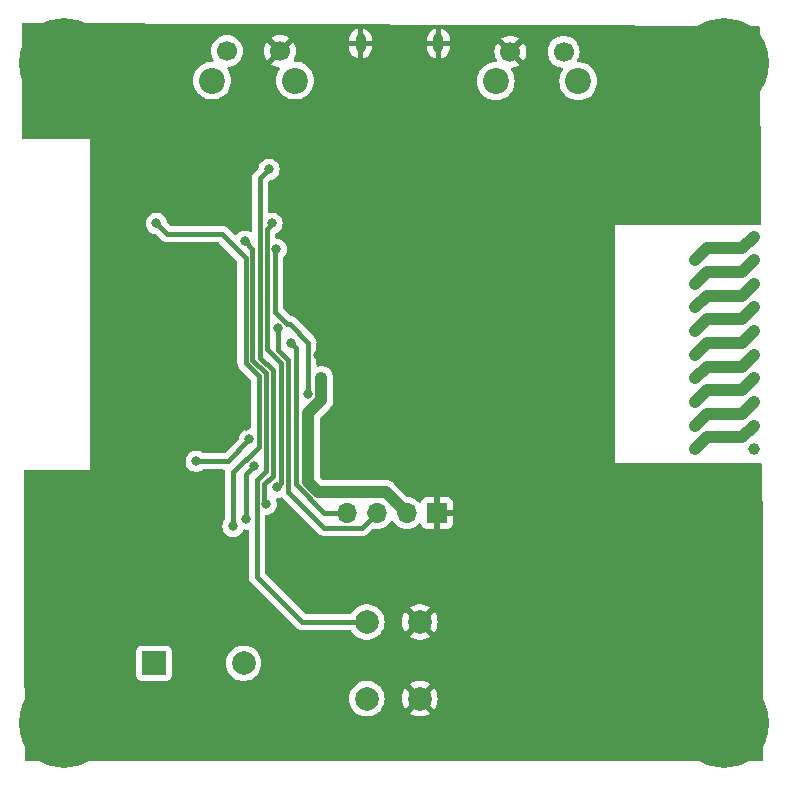
<source format=gbl>
%TF.GenerationSoftware,KiCad,Pcbnew,7.0.10*%
%TF.CreationDate,2025-01-08T07:23:32-05:00*%
%TF.ProjectId,PostAlertBaseStationV6,506f7374-416c-4657-9274-426173655374,5.0*%
%TF.SameCoordinates,Original*%
%TF.FileFunction,Copper,L2,Bot*%
%TF.FilePolarity,Positive*%
%FSLAX46Y46*%
G04 Gerber Fmt 4.6, Leading zero omitted, Abs format (unit mm)*
G04 Created by KiCad (PCBNEW 7.0.10) date 2025-01-08 07:23:32*
%MOMM*%
%LPD*%
G01*
G04 APERTURE LIST*
%TA.AperFunction,EtchedComponent*%
%ADD10C,1.000000*%
%TD*%
%TA.AperFunction,ComponentPad*%
%ADD11C,2.200000*%
%TD*%
%TA.AperFunction,ComponentPad*%
%ADD12C,1.700000*%
%TD*%
%TA.AperFunction,ComponentPad*%
%ADD13O,0.900000X1.600000*%
%TD*%
%TA.AperFunction,ComponentPad*%
%ADD14R,2.000000X2.000000*%
%TD*%
%TA.AperFunction,ComponentPad*%
%ADD15C,2.000000*%
%TD*%
%TA.AperFunction,ComponentPad*%
%ADD16R,1.700000X1.700000*%
%TD*%
%TA.AperFunction,ComponentPad*%
%ADD17O,1.700000X1.700000*%
%TD*%
%TA.AperFunction,ComponentPad*%
%ADD18C,1.000000*%
%TD*%
%TA.AperFunction,ViaPad*%
%ADD19C,0.800000*%
%TD*%
%TA.AperFunction,ViaPad*%
%ADD20C,4.201160*%
%TD*%
%TA.AperFunction,ViaPad*%
%ADD21C,7.620000*%
%TD*%
%TA.AperFunction,Conductor*%
%ADD22C,1.000000*%
%TD*%
%TA.AperFunction,Conductor*%
%ADD23C,0.381000*%
%TD*%
%ADD24C,0.350000*%
%ADD25O,0.500000X1.200000*%
G04 APERTURE END LIST*
D10*
%TO.C,AE2*%
X163853400Y-74370000D02*
X162853400Y-75370000D01*
X162853400Y-75370000D02*
X159853400Y-75370000D01*
X159853400Y-75370000D02*
X158853400Y-76370000D01*
X163853400Y-76370000D02*
X162853400Y-77370000D01*
X162853400Y-77370000D02*
X159853400Y-77370000D01*
X159853400Y-77370000D02*
X158853400Y-78370000D01*
X163853400Y-78370000D02*
X162853400Y-79370000D01*
X162853400Y-79370000D02*
X159853400Y-79370000D01*
X159853400Y-79370000D02*
X158853400Y-80370000D01*
X163853400Y-80370000D02*
X162853400Y-81370000D01*
X162853400Y-81370000D02*
X159853400Y-81370000D01*
X159853400Y-81370000D02*
X158853400Y-82370000D01*
X163853400Y-82370000D02*
X162853400Y-83370000D01*
X162853400Y-83370000D02*
X159853400Y-83370000D01*
X159853400Y-83370000D02*
X158853400Y-84370000D01*
X163853400Y-84370000D02*
X162853400Y-85370000D01*
X162853400Y-85370000D02*
X159853400Y-85370000D01*
X159853400Y-85370000D02*
X158853400Y-86370000D01*
X163853400Y-86370000D02*
X162853400Y-87370000D01*
X162853400Y-87370000D02*
X159853400Y-87370000D01*
X159853400Y-87370000D02*
X158853400Y-88370000D01*
X163853400Y-88370000D02*
X162853400Y-89370000D01*
X162853400Y-89370000D02*
X159853400Y-89370000D01*
X159853400Y-89370000D02*
X158853400Y-90370000D01*
X163853400Y-90370000D02*
X162853400Y-91370000D01*
X162853400Y-91370000D02*
X159853400Y-91370000D01*
X159853400Y-91370000D02*
X158853400Y-92370000D01*
%TD*%
D11*
%TO.P,SW2,*%
%TO.N,*%
X117979400Y-61153000D03*
X124979400Y-61153000D03*
D12*
%TO.P,SW2,1,1*%
%TO.N,/Pair*%
X119229400Y-58653000D03*
%TO.P,SW2,2,2*%
%TO.N,GND*%
X123729400Y-58653000D03*
%TD*%
D13*
%TO.P,J5,6,Shield*%
%TO.N,GND*%
X137134400Y-58018000D03*
X130534400Y-58018000D03*
%TD*%
D14*
%TO.P,BZ1,1,+*%
%TO.N,+3.3V*%
X113040000Y-110490000D03*
D15*
%TO.P,BZ1,2,-*%
%TO.N,Net-(BZ1--)*%
X120640000Y-110490000D03*
%TD*%
D16*
%TO.P,J1,1,Pin_1*%
%TO.N,GND*%
X137009400Y-97769000D03*
D17*
%TO.P,J1,2,Pin_2*%
%TO.N,+3.3V*%
X134469400Y-97769000D03*
%TO.P,J1,3,Pin_3*%
%TO.N,/SCL*%
X131929400Y-97769000D03*
%TO.P,J1,4,Pin_4*%
%TO.N,/SDA*%
X129389400Y-97769000D03*
%TD*%
D11*
%TO.P,SW3,*%
%TO.N,*%
X141982400Y-61210000D03*
X148982400Y-61210000D03*
D12*
%TO.P,SW3,1,1*%
%TO.N,GND*%
X143232400Y-58710000D03*
%TO.P,SW3,2,2*%
%TO.N,/Config*%
X147732400Y-58710000D03*
%TD*%
D15*
%TO.P,SW1,1,1*%
%TO.N,GND*%
X135561600Y-106989200D03*
X135561600Y-113489200D03*
%TO.P,SW1,2,2*%
%TO.N,/GotMail*%
X131061600Y-106989200D03*
X131061600Y-113489200D03*
%TD*%
D18*
%TO.P,AE2,*%
%TO.N,*%
X163853400Y-74370000D03*
X163853400Y-76370000D03*
X158853400Y-76370000D03*
X163853400Y-78370000D03*
X158853400Y-78370000D03*
X163853400Y-80370000D03*
X158853400Y-80370000D03*
X163853400Y-82370000D03*
X158853400Y-82370000D03*
X163853400Y-84370000D03*
X158853400Y-84370000D03*
X163853400Y-86370000D03*
X158853400Y-86370000D03*
X163853400Y-88370000D03*
X158853400Y-88370000D03*
X163853400Y-90370000D03*
X158853400Y-90370000D03*
X163853400Y-92370000D03*
X158853400Y-92370000D03*
%TD*%
D19*
%TO.N,+3.3V*%
X127230400Y-86339000D03*
%TO.N,/BEEP*%
X113260400Y-73258000D03*
X119737400Y-98912000D03*
%TO.N,GND*%
X160885400Y-94721000D03*
X144629400Y-73004000D03*
X163806400Y-72115000D03*
D20*
X114640163Y-64200000D03*
D19*
X151614400Y-76814000D03*
X124817400Y-77068000D03*
X145264400Y-65511000D03*
X146788400Y-93324000D03*
X124817400Y-78719000D03*
X119508800Y-80319200D03*
D20*
X151868400Y-64114000D03*
D19*
X149074400Y-68178000D03*
X127230400Y-70845000D03*
X160377400Y-72115000D03*
X126976400Y-84434000D03*
X105513400Y-101960000D03*
X139168400Y-62844000D03*
X128881400Y-93578000D03*
D21*
X161290000Y-59690000D03*
D19*
X163425400Y-94721000D03*
X153519400Y-72115000D03*
X144883400Y-96118000D03*
X151614400Y-87609000D03*
X117959400Y-99166000D03*
X127205000Y-110837000D03*
X142978400Y-81132000D03*
X131675568Y-102290368D03*
X115521000Y-75874200D03*
X131548400Y-62336000D03*
D21*
X105410000Y-115570000D03*
D19*
X144883400Y-90530000D03*
X143740400Y-63860000D03*
X155297400Y-94721000D03*
X109704400Y-104627000D03*
X137517400Y-63987000D03*
X130786400Y-73639000D03*
X119610400Y-84307000D03*
D21*
X105410000Y-59690000D03*
D19*
X141708400Y-76179000D03*
X130913400Y-91038000D03*
X158218400Y-94721000D03*
X119585000Y-77169600D03*
D20*
X151868400Y-97134000D03*
D19*
X146534400Y-76052000D03*
X134723400Y-71988000D03*
X110644200Y-93959000D03*
D20*
X114530400Y-97261000D03*
D19*
X146026400Y-68178000D03*
X156948400Y-72115000D03*
D21*
X161290000Y-115570000D03*
D19*
X151614400Y-83672000D03*
X111939600Y-79074600D03*
X143867400Y-76052000D03*
X120829600Y-90403000D03*
X143867400Y-70210000D03*
X148439400Y-73004000D03*
X119559600Y-78820600D03*
X124817400Y-80370000D03*
X151614400Y-79989000D03*
X151487400Y-91800000D03*
X135993400Y-71226000D03*
X157329400Y-68940000D03*
X115444800Y-82144900D03*
%TO.N,/ESP_EN*%
X122559900Y-97007000D03*
X122785400Y-68686000D03*
%TO.N,/RGB*%
X121539000Y-93832000D03*
X120880400Y-98277000D03*
%TO.N,/GotMail*%
X120753400Y-74756600D03*
%TO.N,/SCL*%
X123547400Y-82148000D03*
%TO.N,/SDA*%
X124690400Y-83418000D03*
%TO.N,/MISO*%
X121134400Y-91546000D03*
X116625900Y-93387500D03*
%TO.N,/RST*%
X123039400Y-73258000D03*
X123445900Y-95610000D03*
%TO.N,/NSS*%
X126115900Y-87736000D03*
X123394900Y-75445500D03*
%TD*%
D22*
%TO.N,+3.3V*%
X127230400Y-88177135D02*
X126088900Y-89318635D01*
X132691400Y-95991000D02*
X134469400Y-97769000D01*
X127230400Y-86339000D02*
X127230400Y-88177135D01*
X126088900Y-89318635D02*
X126088900Y-95114142D01*
X126965758Y-95991000D02*
X132691400Y-95991000D01*
X126088900Y-95114142D02*
X126965758Y-95991000D01*
D23*
%TO.N,/BEEP*%
X121924900Y-86156952D02*
X120804200Y-85036252D01*
X119737400Y-98912000D02*
X119737400Y-94340000D01*
X120804200Y-76153600D02*
X118797600Y-74147000D01*
X120804200Y-85036252D02*
X120804200Y-76153600D01*
X119737400Y-94340000D02*
X121924900Y-92152500D01*
X118797600Y-74147000D02*
X114149400Y-74147000D01*
X114149400Y-74147000D02*
X113260400Y-73258000D01*
X121924900Y-92152500D02*
X121924900Y-86156952D01*
%TO.N,/ESP_EN*%
X122404400Y-96851500D02*
X122559900Y-97007000D01*
X122785400Y-68686000D02*
X122023400Y-69448000D01*
X123112400Y-94648000D02*
X122404400Y-95356000D01*
X123112400Y-85701136D02*
X123112400Y-94648000D01*
X122023400Y-69448000D02*
X122023400Y-84612136D01*
X122023400Y-84612136D02*
X123112400Y-85701136D01*
X122404400Y-95356000D02*
X122404400Y-96851500D01*
%TO.N,/RGB*%
X121539000Y-93832000D02*
X120880400Y-94490600D01*
X120880400Y-94490600D02*
X120880400Y-98277000D01*
%TO.N,/GotMail*%
X121385200Y-75388400D02*
X120753400Y-74756600D01*
X122531400Y-85941794D02*
X121385200Y-84795594D01*
X122531400Y-94213000D02*
X122531400Y-85941794D01*
X125579400Y-106989200D02*
X121769400Y-103179200D01*
X121769400Y-103179200D02*
X121769400Y-94975000D01*
X121769400Y-94975000D02*
X122531400Y-94213000D01*
X131061600Y-106989200D02*
X125579400Y-106989200D01*
X121385200Y-84795594D02*
X121385200Y-75388400D01*
%TO.N,/SCL*%
X124436400Y-95991000D02*
X127454900Y-99009500D01*
X127454900Y-99009500D02*
X130688900Y-99009500D01*
X130688900Y-99009500D02*
X131929400Y-97769000D01*
X123547400Y-83968278D02*
X124436400Y-84857278D01*
X123547400Y-82148000D02*
X123547400Y-83968278D01*
X124436400Y-84857278D02*
X124436400Y-95991000D01*
X123547400Y-82148000D02*
X123620836Y-82148000D01*
%TO.N,/SDA*%
X125071400Y-83799000D02*
X125071400Y-95356000D01*
X125071400Y-95356000D02*
X127484400Y-97769000D01*
X124690400Y-83418000D02*
X125071400Y-83799000D01*
X127484400Y-97769000D02*
X129389400Y-97769000D01*
%TO.N,/MISO*%
X116625900Y-93387500D02*
X119292900Y-93387500D01*
X119292900Y-93387500D02*
X121134400Y-91546000D01*
%TO.N,/RST*%
X122604400Y-83846936D02*
X123801400Y-85043936D01*
X123801400Y-95254500D02*
X123445900Y-95610000D01*
X123801400Y-85043936D02*
X123801400Y-95254500D01*
X122604400Y-73693000D02*
X122604400Y-83846936D01*
X123039400Y-73258000D02*
X122604400Y-73693000D01*
%TO.N,/NSS*%
X124309400Y-81767000D02*
X123264900Y-80722500D01*
X126115900Y-87736000D02*
X126115900Y-83344564D01*
X123264900Y-80722500D02*
X123264900Y-75445500D01*
X123264900Y-75445500D02*
X123394900Y-75445500D01*
X126115900Y-83344564D02*
X124538336Y-81767000D01*
X124538336Y-81767000D02*
X124309400Y-81767000D01*
X123264900Y-75445500D02*
X123236400Y-75417000D01*
%TD*%
%TA.AperFunction,Conductor*%
%TO.N,GND*%
G36*
X164215387Y-56514460D02*
G01*
X164282338Y-56534440D01*
X164327860Y-56587444D01*
X164338837Y-56637612D01*
X164452347Y-73260153D01*
X164433121Y-73327326D01*
X164380630Y-73373440D01*
X164328350Y-73385000D01*
X164066024Y-73385000D01*
X164053864Y-73384402D01*
X164024222Y-73381481D01*
X164008358Y-73378871D01*
X163980451Y-73372396D01*
X163980452Y-73372396D01*
X163919686Y-73370856D01*
X163910677Y-73370299D01*
X163853402Y-73364659D01*
X163853395Y-73364659D01*
X163824530Y-73367501D01*
X163809243Y-73368058D01*
X163777041Y-73367243D01*
X163777032Y-73367243D01*
X163720725Y-73377335D01*
X163711006Y-73378683D01*
X163652933Y-73384403D01*
X163640778Y-73385000D01*
X152122400Y-73385000D01*
X152122400Y-93578000D01*
X164444516Y-93578000D01*
X164511555Y-93597685D01*
X164557310Y-93650489D01*
X164568516Y-93701884D01*
X164574145Y-99704304D01*
X164588364Y-114868030D01*
X164591884Y-118620884D01*
X164572262Y-118687942D01*
X164519501Y-118733746D01*
X164467884Y-118745000D01*
X102231497Y-118745000D01*
X102164458Y-118725315D01*
X102118703Y-118672511D01*
X102107498Y-118621504D01*
X102107495Y-118620884D01*
X102086642Y-113489205D01*
X129555957Y-113489205D01*
X129576490Y-113737012D01*
X129576492Y-113737024D01*
X129637536Y-113978081D01*
X129737426Y-114205806D01*
X129873433Y-114413982D01*
X129873436Y-114413985D01*
X130041856Y-114596938D01*
X130238091Y-114749674D01*
X130238093Y-114749675D01*
X130455932Y-114867564D01*
X130456790Y-114868028D01*
X130675741Y-114943194D01*
X130690564Y-114948283D01*
X130691986Y-114948771D01*
X130937265Y-114989700D01*
X131185935Y-114989700D01*
X131431214Y-114948771D01*
X131666410Y-114868028D01*
X131885109Y-114749674D01*
X132081344Y-114596938D01*
X132249764Y-114413985D01*
X132385773Y-114205807D01*
X132485663Y-113978081D01*
X132546708Y-113737021D01*
X132551838Y-113675115D01*
X132567243Y-113489205D01*
X134056459Y-113489205D01*
X134076985Y-113736929D01*
X134076987Y-113736938D01*
X134138012Y-113977917D01*
X134237866Y-114205564D01*
X134338164Y-114359082D01*
X135035670Y-113661576D01*
X135038484Y-113675115D01*
X135108042Y-113809356D01*
X135211238Y-113919852D01*
X135340419Y-113998409D01*
X135391602Y-114012749D01*
X134691542Y-114712809D01*
X134738368Y-114749255D01*
X134738370Y-114749256D01*
X134956985Y-114867564D01*
X134956996Y-114867569D01*
X135192106Y-114948283D01*
X135437307Y-114989200D01*
X135685893Y-114989200D01*
X135931093Y-114948283D01*
X136166203Y-114867569D01*
X136166214Y-114867564D01*
X136384828Y-114749257D01*
X136384831Y-114749255D01*
X136431656Y-114712809D01*
X135733168Y-114014321D01*
X135850058Y-113963549D01*
X135967339Y-113868134D01*
X136054528Y-113744615D01*
X136084954Y-113659002D01*
X136785034Y-114359082D01*
X136885331Y-114205569D01*
X136985187Y-113977917D01*
X137046212Y-113736938D01*
X137046214Y-113736929D01*
X137066741Y-113489205D01*
X137066741Y-113489194D01*
X137046214Y-113241470D01*
X137046212Y-113241461D01*
X136985187Y-113000482D01*
X136885331Y-112772830D01*
X136785034Y-112619316D01*
X136087529Y-113316822D01*
X136084716Y-113303285D01*
X136015158Y-113169044D01*
X135911962Y-113058548D01*
X135782781Y-112979991D01*
X135731597Y-112965650D01*
X136431657Y-112265590D01*
X136431656Y-112265589D01*
X136384829Y-112229143D01*
X136166214Y-112110835D01*
X136166203Y-112110830D01*
X135931093Y-112030116D01*
X135685893Y-111989200D01*
X135437307Y-111989200D01*
X135192106Y-112030116D01*
X134956996Y-112110830D01*
X134956990Y-112110832D01*
X134738361Y-112229149D01*
X134691542Y-112265588D01*
X134691542Y-112265590D01*
X135390031Y-112964078D01*
X135273142Y-113014851D01*
X135155861Y-113110266D01*
X135068672Y-113233785D01*
X135038245Y-113319397D01*
X134338164Y-112619316D01*
X134237867Y-112772832D01*
X134138012Y-113000482D01*
X134076987Y-113241461D01*
X134076985Y-113241470D01*
X134056459Y-113489194D01*
X134056459Y-113489205D01*
X132567243Y-113489205D01*
X132567243Y-113489194D01*
X132546709Y-113241387D01*
X132546707Y-113241375D01*
X132485663Y-113000318D01*
X132385773Y-112772593D01*
X132249766Y-112564417D01*
X132228157Y-112540944D01*
X132081344Y-112381462D01*
X131885109Y-112228726D01*
X131885107Y-112228725D01*
X131885106Y-112228724D01*
X131666411Y-112110372D01*
X131666402Y-112110369D01*
X131431216Y-112029629D01*
X131185935Y-111988700D01*
X130937265Y-111988700D01*
X130691983Y-112029629D01*
X130456797Y-112110369D01*
X130456788Y-112110372D01*
X130238093Y-112228724D01*
X130041857Y-112381461D01*
X129873433Y-112564417D01*
X129737426Y-112772593D01*
X129637536Y-113000318D01*
X129576492Y-113241375D01*
X129576490Y-113241387D01*
X129555957Y-113489194D01*
X129555957Y-113489205D01*
X102086642Y-113489205D01*
X102078712Y-111537870D01*
X111539500Y-111537870D01*
X111539501Y-111537876D01*
X111545908Y-111597483D01*
X111596202Y-111732328D01*
X111596206Y-111732335D01*
X111682452Y-111847544D01*
X111682455Y-111847547D01*
X111797664Y-111933793D01*
X111797671Y-111933797D01*
X111932517Y-111984091D01*
X111932516Y-111984091D01*
X111939444Y-111984835D01*
X111992127Y-111990500D01*
X114087872Y-111990499D01*
X114147483Y-111984091D01*
X114282331Y-111933796D01*
X114397546Y-111847546D01*
X114483796Y-111732331D01*
X114534091Y-111597483D01*
X114540500Y-111537873D01*
X114540500Y-110490005D01*
X119134357Y-110490005D01*
X119154890Y-110737812D01*
X119154892Y-110737824D01*
X119215936Y-110978881D01*
X119315826Y-111206606D01*
X119451833Y-111414782D01*
X119451836Y-111414785D01*
X119620256Y-111597738D01*
X119816491Y-111750474D01*
X120035190Y-111868828D01*
X120270386Y-111949571D01*
X120515665Y-111990500D01*
X120764335Y-111990500D01*
X121009614Y-111949571D01*
X121244810Y-111868828D01*
X121463509Y-111750474D01*
X121659744Y-111597738D01*
X121828164Y-111414785D01*
X121964173Y-111206607D01*
X122064063Y-110978881D01*
X122125108Y-110737821D01*
X122145643Y-110490000D01*
X122125108Y-110242179D01*
X122064063Y-110001119D01*
X121964173Y-109773393D01*
X121828166Y-109565217D01*
X121806557Y-109541744D01*
X121659744Y-109382262D01*
X121463509Y-109229526D01*
X121463507Y-109229525D01*
X121463506Y-109229524D01*
X121244811Y-109111172D01*
X121244802Y-109111169D01*
X121009616Y-109030429D01*
X120764335Y-108989500D01*
X120515665Y-108989500D01*
X120270383Y-109030429D01*
X120035197Y-109111169D01*
X120035188Y-109111172D01*
X119816493Y-109229524D01*
X119620257Y-109382261D01*
X119451833Y-109565217D01*
X119315826Y-109773393D01*
X119215936Y-110001118D01*
X119154892Y-110242175D01*
X119154890Y-110242187D01*
X119134357Y-110489994D01*
X119134357Y-110490005D01*
X114540500Y-110490005D01*
X114540499Y-109442128D01*
X114534091Y-109382517D01*
X114483796Y-109247669D01*
X114483795Y-109247668D01*
X114483793Y-109247664D01*
X114397547Y-109132455D01*
X114397544Y-109132452D01*
X114282335Y-109046206D01*
X114282328Y-109046202D01*
X114147482Y-108995908D01*
X114147483Y-108995908D01*
X114087883Y-108989501D01*
X114087881Y-108989500D01*
X114087873Y-108989500D01*
X114087864Y-108989500D01*
X111992129Y-108989500D01*
X111992123Y-108989501D01*
X111932516Y-108995908D01*
X111797671Y-109046202D01*
X111797664Y-109046206D01*
X111682455Y-109132452D01*
X111682452Y-109132455D01*
X111596206Y-109247664D01*
X111596202Y-109247671D01*
X111545908Y-109382517D01*
X111539501Y-109442116D01*
X111539501Y-109442123D01*
X111539500Y-109442135D01*
X111539500Y-111537870D01*
X102078712Y-111537870D01*
X102043374Y-102841616D01*
X102008525Y-94265904D01*
X102027937Y-94198785D01*
X102080555Y-94152816D01*
X102132524Y-94141400D01*
X107671000Y-94141400D01*
X107671000Y-73258000D01*
X112354940Y-73258000D01*
X112374726Y-73446256D01*
X112374727Y-73446259D01*
X112433218Y-73626277D01*
X112433221Y-73626284D01*
X112527867Y-73790216D01*
X112608871Y-73880180D01*
X112654529Y-73930888D01*
X112807665Y-74042148D01*
X112807670Y-74042151D01*
X112980592Y-74119142D01*
X112980593Y-74119142D01*
X112980597Y-74119144D01*
X113152587Y-74155701D01*
X113214069Y-74188893D01*
X113214488Y-74189310D01*
X113643364Y-74618185D01*
X113648498Y-74623638D01*
X113687817Y-74668020D01*
X113736619Y-74701705D01*
X113742638Y-74706134D01*
X113789295Y-74742688D01*
X113798266Y-74746725D01*
X113817811Y-74757748D01*
X113825918Y-74763344D01*
X113825919Y-74763344D01*
X113825920Y-74763345D01*
X113825922Y-74763346D01*
X113865040Y-74778181D01*
X113881343Y-74784364D01*
X113888242Y-74787221D01*
X113942315Y-74811557D01*
X113951996Y-74813331D01*
X113973618Y-74819359D01*
X113982818Y-74822848D01*
X114041668Y-74829993D01*
X114049036Y-74831114D01*
X114107372Y-74841805D01*
X114166539Y-74838226D01*
X114174026Y-74838000D01*
X118460016Y-74838000D01*
X118527055Y-74857685D01*
X118547697Y-74874319D01*
X120076881Y-76403503D01*
X120110366Y-76464826D01*
X120113200Y-76491184D01*
X120113200Y-85011626D01*
X120112974Y-85019113D01*
X120109395Y-85078277D01*
X120109395Y-85078280D01*
X120120079Y-85136585D01*
X120121206Y-85143987D01*
X120128352Y-85202834D01*
X120131844Y-85212044D01*
X120137866Y-85233647D01*
X120139641Y-85243333D01*
X120163972Y-85297396D01*
X120166836Y-85304313D01*
X120187853Y-85359730D01*
X120187856Y-85359734D01*
X120193450Y-85367838D01*
X120204474Y-85387386D01*
X120208508Y-85396351D01*
X120208514Y-85396360D01*
X120245063Y-85443012D01*
X120249502Y-85449044D01*
X120283180Y-85497835D01*
X120327551Y-85537145D01*
X120333005Y-85542279D01*
X121197581Y-86406855D01*
X121231066Y-86468178D01*
X121233900Y-86494536D01*
X121233900Y-90521500D01*
X121214215Y-90588539D01*
X121161411Y-90634294D01*
X121109900Y-90645500D01*
X121039754Y-90645500D01*
X121007297Y-90652398D01*
X120854597Y-90684855D01*
X120854592Y-90684857D01*
X120681670Y-90761848D01*
X120681665Y-90761851D01*
X120528529Y-90873111D01*
X120401866Y-91013785D01*
X120307221Y-91177715D01*
X120307218Y-91177722D01*
X120248727Y-91357740D01*
X120248726Y-91357744D01*
X120241958Y-91422140D01*
X120215373Y-91486754D01*
X120206318Y-91496858D01*
X119042997Y-92660181D01*
X118981674Y-92693666D01*
X118955316Y-92696500D01*
X117247132Y-92696500D01*
X117180093Y-92676815D01*
X117174247Y-92672818D01*
X117078634Y-92603351D01*
X117078629Y-92603348D01*
X116905707Y-92526357D01*
X116905702Y-92526355D01*
X116759901Y-92495365D01*
X116720546Y-92487000D01*
X116531254Y-92487000D01*
X116498797Y-92493898D01*
X116346097Y-92526355D01*
X116346092Y-92526357D01*
X116173170Y-92603348D01*
X116173165Y-92603351D01*
X116020029Y-92714611D01*
X115893366Y-92855285D01*
X115798721Y-93019215D01*
X115798718Y-93019222D01*
X115752819Y-93160487D01*
X115740226Y-93199244D01*
X115720440Y-93387500D01*
X115740226Y-93575756D01*
X115740227Y-93575759D01*
X115798718Y-93755777D01*
X115798721Y-93755784D01*
X115893367Y-93919716D01*
X116020029Y-94060388D01*
X116173165Y-94171648D01*
X116173170Y-94171651D01*
X116346092Y-94248642D01*
X116346097Y-94248644D01*
X116531254Y-94288000D01*
X116531255Y-94288000D01*
X116720544Y-94288000D01*
X116720546Y-94288000D01*
X116905703Y-94248644D01*
X117078630Y-94171651D01*
X117094662Y-94160002D01*
X117174247Y-94102182D01*
X117240053Y-94078702D01*
X117247132Y-94078500D01*
X118933109Y-94078500D01*
X119000148Y-94098185D01*
X119045903Y-94150989D01*
X119056205Y-94217446D01*
X119054406Y-94232263D01*
X119053279Y-94239667D01*
X119042595Y-94297969D01*
X119042595Y-94297972D01*
X119046174Y-94357137D01*
X119046400Y-94364624D01*
X119046400Y-98286057D01*
X119026715Y-98353096D01*
X119014553Y-98369026D01*
X119004866Y-98379785D01*
X118910221Y-98543715D01*
X118910218Y-98543722D01*
X118851727Y-98723740D01*
X118851726Y-98723744D01*
X118831940Y-98912000D01*
X118851726Y-99100256D01*
X118851727Y-99100259D01*
X118910218Y-99280277D01*
X118910221Y-99280284D01*
X119004867Y-99444216D01*
X119114813Y-99566323D01*
X119131529Y-99584888D01*
X119284665Y-99696148D01*
X119284670Y-99696151D01*
X119457592Y-99773142D01*
X119457597Y-99773144D01*
X119642754Y-99812500D01*
X119642755Y-99812500D01*
X119832044Y-99812500D01*
X119832046Y-99812500D01*
X120017203Y-99773144D01*
X120190130Y-99696151D01*
X120343271Y-99584888D01*
X120469933Y-99444216D01*
X120564579Y-99280284D01*
X120575605Y-99246349D01*
X120615040Y-99188676D01*
X120679398Y-99161477D01*
X120719314Y-99163377D01*
X120785754Y-99177500D01*
X120785755Y-99177500D01*
X120954400Y-99177500D01*
X121021439Y-99197185D01*
X121067194Y-99249989D01*
X121078400Y-99301500D01*
X121078400Y-103154574D01*
X121078174Y-103162061D01*
X121074595Y-103221225D01*
X121074595Y-103221228D01*
X121085279Y-103279533D01*
X121086406Y-103286935D01*
X121093552Y-103345782D01*
X121097044Y-103354992D01*
X121103066Y-103376595D01*
X121104841Y-103386281D01*
X121129172Y-103440344D01*
X121132036Y-103447261D01*
X121153053Y-103502678D01*
X121153056Y-103502682D01*
X121158650Y-103510786D01*
X121169674Y-103530334D01*
X121173708Y-103539299D01*
X121173714Y-103539308D01*
X121210263Y-103585960D01*
X121214702Y-103591992D01*
X121248380Y-103640783D01*
X121292751Y-103680093D01*
X121298205Y-103685227D01*
X125073371Y-107460392D01*
X125078491Y-107465830D01*
X125117817Y-107510220D01*
X125166619Y-107543905D01*
X125172638Y-107548334D01*
X125219295Y-107584888D01*
X125228266Y-107588925D01*
X125247811Y-107599948D01*
X125255918Y-107605544D01*
X125255919Y-107605544D01*
X125255920Y-107605545D01*
X125285730Y-107616850D01*
X125311338Y-107626562D01*
X125318248Y-107629424D01*
X125372316Y-107653758D01*
X125382001Y-107655532D01*
X125403623Y-107661560D01*
X125412818Y-107665048D01*
X125471669Y-107672194D01*
X125479036Y-107673314D01*
X125537372Y-107684005D01*
X125596539Y-107680426D01*
X125604026Y-107680200D01*
X129653591Y-107680200D01*
X129720630Y-107699885D01*
X129757400Y-107736379D01*
X129873433Y-107913982D01*
X129873436Y-107913985D01*
X130041856Y-108096938D01*
X130238091Y-108249674D01*
X130238093Y-108249675D01*
X130455932Y-108367564D01*
X130456790Y-108368028D01*
X130675741Y-108443194D01*
X130690564Y-108448283D01*
X130691986Y-108448771D01*
X130937265Y-108489700D01*
X131185935Y-108489700D01*
X131431214Y-108448771D01*
X131666410Y-108368028D01*
X131885109Y-108249674D01*
X132081344Y-108096938D01*
X132249764Y-107913985D01*
X132385773Y-107705807D01*
X132485663Y-107478081D01*
X132546708Y-107237021D01*
X132551838Y-107175115D01*
X132567243Y-106989205D01*
X134056459Y-106989205D01*
X134076985Y-107236929D01*
X134076987Y-107236938D01*
X134138012Y-107477917D01*
X134237866Y-107705564D01*
X134338164Y-107859082D01*
X135035670Y-107161576D01*
X135038484Y-107175115D01*
X135108042Y-107309356D01*
X135211238Y-107419852D01*
X135340419Y-107498409D01*
X135391602Y-107512749D01*
X134691542Y-108212809D01*
X134738368Y-108249255D01*
X134738370Y-108249256D01*
X134956985Y-108367564D01*
X134956996Y-108367569D01*
X135192106Y-108448283D01*
X135437307Y-108489200D01*
X135685893Y-108489200D01*
X135931093Y-108448283D01*
X136166203Y-108367569D01*
X136166214Y-108367564D01*
X136384828Y-108249257D01*
X136384831Y-108249255D01*
X136431656Y-108212809D01*
X135733168Y-107514321D01*
X135850058Y-107463549D01*
X135967339Y-107368134D01*
X136054528Y-107244615D01*
X136084954Y-107159002D01*
X136785034Y-107859082D01*
X136885331Y-107705569D01*
X136985187Y-107477917D01*
X137046212Y-107236938D01*
X137046214Y-107236929D01*
X137066741Y-106989205D01*
X137066741Y-106989194D01*
X137046214Y-106741470D01*
X137046212Y-106741461D01*
X136985187Y-106500482D01*
X136885331Y-106272830D01*
X136785034Y-106119316D01*
X136087529Y-106816822D01*
X136084716Y-106803285D01*
X136015158Y-106669044D01*
X135911962Y-106558548D01*
X135782781Y-106479991D01*
X135731597Y-106465650D01*
X136431657Y-105765590D01*
X136431656Y-105765589D01*
X136384829Y-105729143D01*
X136166214Y-105610835D01*
X136166203Y-105610830D01*
X135931093Y-105530116D01*
X135685893Y-105489200D01*
X135437307Y-105489200D01*
X135192106Y-105530116D01*
X134956996Y-105610830D01*
X134956990Y-105610832D01*
X134738361Y-105729149D01*
X134691542Y-105765588D01*
X134691542Y-105765590D01*
X135390031Y-106464078D01*
X135273142Y-106514851D01*
X135155861Y-106610266D01*
X135068672Y-106733785D01*
X135038245Y-106819397D01*
X134338164Y-106119316D01*
X134237867Y-106272832D01*
X134138012Y-106500482D01*
X134076987Y-106741461D01*
X134076985Y-106741470D01*
X134056459Y-106989194D01*
X134056459Y-106989205D01*
X132567243Y-106989205D01*
X132567243Y-106989194D01*
X132546709Y-106741387D01*
X132546707Y-106741375D01*
X132485663Y-106500318D01*
X132385773Y-106272593D01*
X132249766Y-106064417D01*
X132228157Y-106040944D01*
X132081344Y-105881462D01*
X131885109Y-105728726D01*
X131885107Y-105728725D01*
X131885106Y-105728724D01*
X131666411Y-105610372D01*
X131666402Y-105610369D01*
X131431216Y-105529629D01*
X131185935Y-105488700D01*
X130937265Y-105488700D01*
X130691983Y-105529629D01*
X130456797Y-105610369D01*
X130456788Y-105610372D01*
X130238093Y-105728724D01*
X130041857Y-105881461D01*
X129873433Y-106064417D01*
X129757400Y-106242021D01*
X129704253Y-106287378D01*
X129653591Y-106298200D01*
X125916983Y-106298200D01*
X125849944Y-106278515D01*
X125829302Y-106261881D01*
X122496719Y-102929297D01*
X122463234Y-102867974D01*
X122460400Y-102841616D01*
X122460400Y-98031500D01*
X122480085Y-97964461D01*
X122532889Y-97918706D01*
X122584400Y-97907500D01*
X122654544Y-97907500D01*
X122654546Y-97907500D01*
X122839703Y-97868144D01*
X123012630Y-97791151D01*
X123165771Y-97679888D01*
X123292433Y-97539216D01*
X123387079Y-97375284D01*
X123445574Y-97195256D01*
X123465360Y-97007000D01*
X123445574Y-96818744D01*
X123416902Y-96730501D01*
X123398160Y-96672818D01*
X123396165Y-96602977D01*
X123432245Y-96543144D01*
X123494946Y-96512316D01*
X123516091Y-96510500D01*
X123540544Y-96510500D01*
X123540546Y-96510500D01*
X123725703Y-96471144D01*
X123792964Y-96441196D01*
X123862211Y-96431911D01*
X123925488Y-96461539D01*
X123925626Y-96461661D01*
X123959751Y-96491893D01*
X123965205Y-96497027D01*
X126948864Y-99480685D01*
X126953998Y-99486138D01*
X126993317Y-99530520D01*
X127042119Y-99564205D01*
X127048138Y-99568634D01*
X127094795Y-99605188D01*
X127103766Y-99609225D01*
X127123311Y-99620248D01*
X127131418Y-99625844D01*
X127131419Y-99625844D01*
X127131420Y-99625845D01*
X127131422Y-99625846D01*
X127170186Y-99640547D01*
X127186838Y-99646862D01*
X127193736Y-99649718D01*
X127247816Y-99674058D01*
X127257500Y-99675832D01*
X127279129Y-99681862D01*
X127288318Y-99685348D01*
X127347139Y-99692489D01*
X127354536Y-99693614D01*
X127412872Y-99704306D01*
X127472049Y-99700725D01*
X127479537Y-99700500D01*
X130664274Y-99700500D01*
X130671761Y-99700726D01*
X130730926Y-99704305D01*
X130730926Y-99704304D01*
X130730928Y-99704305D01*
X130789236Y-99693619D01*
X130796630Y-99692493D01*
X130855482Y-99685348D01*
X130864688Y-99681856D01*
X130886303Y-99675830D01*
X130895985Y-99674057D01*
X130950061Y-99649718D01*
X130956917Y-99646878D01*
X131012382Y-99625844D01*
X131020480Y-99620254D01*
X131040039Y-99609222D01*
X131049005Y-99605188D01*
X131095666Y-99568630D01*
X131101698Y-99564192D01*
X131150483Y-99530520D01*
X131189817Y-99486119D01*
X131194903Y-99480717D01*
X131546810Y-99128810D01*
X131608131Y-99095327D01*
X131666583Y-99096718D01*
X131693992Y-99104063D01*
X131864719Y-99119000D01*
X131929399Y-99124659D01*
X131929400Y-99124659D01*
X131929401Y-99124659D01*
X131994081Y-99119000D01*
X132164808Y-99104063D01*
X132393063Y-99042903D01*
X132607230Y-98943035D01*
X132800801Y-98807495D01*
X132967895Y-98640401D01*
X133097825Y-98454842D01*
X133152402Y-98411217D01*
X133221900Y-98404023D01*
X133284255Y-98435546D01*
X133300975Y-98454842D01*
X133363209Y-98543722D01*
X133430905Y-98640401D01*
X133597999Y-98807495D01*
X133674535Y-98861086D01*
X133791565Y-98943032D01*
X133791567Y-98943033D01*
X133791570Y-98943035D01*
X134005737Y-99042903D01*
X134233992Y-99104063D01*
X134404719Y-99119000D01*
X134469399Y-99124659D01*
X134469400Y-99124659D01*
X134469401Y-99124659D01*
X134534081Y-99119000D01*
X134704808Y-99104063D01*
X134933063Y-99042903D01*
X135147230Y-98943035D01*
X135340801Y-98807495D01*
X135463117Y-98685178D01*
X135524436Y-98651696D01*
X135594128Y-98656680D01*
X135650062Y-98698551D01*
X135666977Y-98729528D01*
X135716046Y-98861088D01*
X135716049Y-98861093D01*
X135802209Y-98976187D01*
X135802212Y-98976190D01*
X135917306Y-99062350D01*
X135917313Y-99062354D01*
X136052020Y-99112596D01*
X136052027Y-99112598D01*
X136111555Y-99118999D01*
X136111572Y-99119000D01*
X136759400Y-99119000D01*
X136759400Y-98204501D01*
X136867085Y-98253680D01*
X136973637Y-98269000D01*
X137045163Y-98269000D01*
X137151715Y-98253680D01*
X137259400Y-98204501D01*
X137259400Y-99119000D01*
X137907228Y-99119000D01*
X137907244Y-99118999D01*
X137966772Y-99112598D01*
X137966779Y-99112596D01*
X138101486Y-99062354D01*
X138101493Y-99062350D01*
X138216587Y-98976190D01*
X138216590Y-98976187D01*
X138302750Y-98861093D01*
X138302754Y-98861086D01*
X138352996Y-98726379D01*
X138352998Y-98726372D01*
X138359399Y-98666844D01*
X138359400Y-98666827D01*
X138359400Y-98019000D01*
X137443086Y-98019000D01*
X137468893Y-97978844D01*
X137509400Y-97840889D01*
X137509400Y-97697111D01*
X137468893Y-97559156D01*
X137443086Y-97519000D01*
X138359400Y-97519000D01*
X138359400Y-96871172D01*
X138359399Y-96871155D01*
X138352998Y-96811627D01*
X138352996Y-96811620D01*
X138302754Y-96676913D01*
X138302750Y-96676906D01*
X138216590Y-96561812D01*
X138216587Y-96561809D01*
X138101493Y-96475649D01*
X138101486Y-96475645D01*
X137966779Y-96425403D01*
X137966772Y-96425401D01*
X137907244Y-96419000D01*
X137259400Y-96419000D01*
X137259400Y-97333498D01*
X137151715Y-97284320D01*
X137045163Y-97269000D01*
X136973637Y-97269000D01*
X136867085Y-97284320D01*
X136759400Y-97333498D01*
X136759400Y-96419000D01*
X136111555Y-96419000D01*
X136052027Y-96425401D01*
X136052020Y-96425403D01*
X135917313Y-96475645D01*
X135917306Y-96475649D01*
X135802212Y-96561809D01*
X135802209Y-96561812D01*
X135716049Y-96676906D01*
X135716045Y-96676913D01*
X135666978Y-96808470D01*
X135625107Y-96864404D01*
X135559642Y-96888821D01*
X135491369Y-96873969D01*
X135463115Y-96852819D01*
X135418766Y-96808470D01*
X135340801Y-96730505D01*
X135340797Y-96730502D01*
X135340796Y-96730501D01*
X135147234Y-96594967D01*
X135147230Y-96594965D01*
X135076127Y-96561809D01*
X134933063Y-96495097D01*
X134933059Y-96495096D01*
X134933055Y-96495094D01*
X134704813Y-96433938D01*
X134704803Y-96433936D01*
X134579300Y-96422955D01*
X134514232Y-96397502D01*
X134502428Y-96387108D01*
X133408967Y-95293647D01*
X133406774Y-95291398D01*
X133346461Y-95227949D01*
X133346460Y-95227948D01*
X133346459Y-95227947D01*
X133298040Y-95194246D01*
X133290520Y-95188575D01*
X133244813Y-95151305D01*
X133244806Y-95151301D01*
X133217841Y-95137216D01*
X133204426Y-95129089D01*
X133179449Y-95111705D01*
X133179446Y-95111703D01*
X133179445Y-95111703D01*
X133179441Y-95111701D01*
X133125245Y-95088443D01*
X133116736Y-95084402D01*
X133064457Y-95057094D01*
X133064446Y-95057090D01*
X133035206Y-95048723D01*
X133020421Y-95043459D01*
X132992458Y-95031459D01*
X132934673Y-95019583D01*
X132925527Y-95017338D01*
X132868823Y-95001113D01*
X132845099Y-94999306D01*
X132838472Y-94998801D01*
X132822933Y-94996622D01*
X132793142Y-94990500D01*
X132793141Y-94990500D01*
X132734159Y-94990500D01*
X132724744Y-94990142D01*
X132722043Y-94989936D01*
X132665924Y-94985662D01*
X132635749Y-94989506D01*
X132620082Y-94990500D01*
X127431541Y-94990500D01*
X127364502Y-94970815D01*
X127343860Y-94954181D01*
X127125719Y-94736040D01*
X127092234Y-94674717D01*
X127089400Y-94648359D01*
X127089400Y-89784417D01*
X127109085Y-89717378D01*
X127125715Y-89696740D01*
X127927809Y-88894645D01*
X127929978Y-88892530D01*
X127993453Y-88832194D01*
X128027156Y-88783770D01*
X128032805Y-88776277D01*
X128070098Y-88730542D01*
X128084188Y-88703565D01*
X128092309Y-88690161D01*
X128109695Y-88665184D01*
X128132963Y-88610960D01*
X128136982Y-88602496D01*
X128164309Y-88550184D01*
X128172678Y-88520932D01*
X128177938Y-88506158D01*
X128189940Y-88478193D01*
X128201815Y-88420403D01*
X128204049Y-88411297D01*
X128220287Y-88354553D01*
X128222597Y-88324212D01*
X128224776Y-88308670D01*
X128230900Y-88278876D01*
X128230900Y-88219893D01*
X128231258Y-88210477D01*
X128235737Y-88151661D01*
X128234592Y-88142672D01*
X128231893Y-88121473D01*
X128230900Y-88105809D01*
X128230900Y-86288256D01*
X128215474Y-86136560D01*
X128154562Y-85942420D01*
X128154560Y-85942416D01*
X128154559Y-85942412D01*
X128055809Y-85764498D01*
X128055808Y-85764497D01*
X128055807Y-85764495D01*
X127923267Y-85610106D01*
X127923265Y-85610104D01*
X127762362Y-85485554D01*
X127762359Y-85485553D01*
X127762358Y-85485552D01*
X127579671Y-85395940D01*
X127382685Y-85344937D01*
X127382687Y-85344937D01*
X127247204Y-85338066D01*
X127179464Y-85334631D01*
X127179463Y-85334631D01*
X127179461Y-85334631D01*
X126978333Y-85365443D01*
X126978328Y-85365444D01*
X126973963Y-85367061D01*
X126904260Y-85371884D01*
X126843015Y-85338256D01*
X126809673Y-85276855D01*
X126806900Y-85250779D01*
X126806900Y-83369188D01*
X126807126Y-83361701D01*
X126810705Y-83302535D01*
X126810704Y-83302530D01*
X126800019Y-83244227D01*
X126798894Y-83236840D01*
X126791748Y-83177982D01*
X126788259Y-83168782D01*
X126782231Y-83147160D01*
X126780457Y-83137479D01*
X126756120Y-83083404D01*
X126753261Y-83076500D01*
X126740018Y-83041580D01*
X126732244Y-83021082D01*
X126726654Y-83012984D01*
X126715625Y-82993429D01*
X126711588Y-82984459D01*
X126711587Y-82984457D01*
X126675032Y-82937797D01*
X126670603Y-82931778D01*
X126636920Y-82882981D01*
X126592539Y-82843663D01*
X126587101Y-82838543D01*
X125044363Y-81295805D01*
X125039229Y-81290351D01*
X124999919Y-81245980D01*
X124951128Y-81212302D01*
X124945096Y-81207863D01*
X124898444Y-81171314D01*
X124898435Y-81171308D01*
X124889470Y-81167274D01*
X124869922Y-81156250D01*
X124861818Y-81150656D01*
X124861814Y-81150653D01*
X124806397Y-81129636D01*
X124799480Y-81126772D01*
X124745417Y-81102441D01*
X124745418Y-81102441D01*
X124735731Y-81100666D01*
X124714128Y-81094644D01*
X124704919Y-81091152D01*
X124646073Y-81084006D01*
X124638680Y-81082881D01*
X124632402Y-81081731D01*
X124570006Y-81050289D01*
X124567063Y-81047441D01*
X123992219Y-80472597D01*
X123958734Y-80411274D01*
X123955900Y-80384916D01*
X123955900Y-76213998D01*
X123975585Y-76146959D01*
X123996930Y-76121846D01*
X124000764Y-76118392D01*
X124000771Y-76118388D01*
X124127433Y-75977716D01*
X124222079Y-75813784D01*
X124280574Y-75633756D01*
X124300360Y-75445500D01*
X124280574Y-75257244D01*
X124226012Y-75089323D01*
X124222081Y-75077222D01*
X124222080Y-75077221D01*
X124222079Y-75077216D01*
X124127433Y-74913284D01*
X124000771Y-74772612D01*
X124000770Y-74772611D01*
X123847634Y-74661351D01*
X123847629Y-74661348D01*
X123674707Y-74584357D01*
X123674702Y-74584355D01*
X123528901Y-74553365D01*
X123489546Y-74545000D01*
X123419400Y-74545000D01*
X123352361Y-74525315D01*
X123306606Y-74472511D01*
X123295400Y-74421000D01*
X123295400Y-74210267D01*
X123315085Y-74143228D01*
X123367889Y-74097473D01*
X123368769Y-74097075D01*
X123492130Y-74042151D01*
X123645271Y-73930888D01*
X123771933Y-73790216D01*
X123866579Y-73626284D01*
X123925074Y-73446256D01*
X123944860Y-73258000D01*
X123925074Y-73069744D01*
X123866579Y-72889716D01*
X123771933Y-72725784D01*
X123645271Y-72585112D01*
X123645270Y-72585111D01*
X123492134Y-72473851D01*
X123492129Y-72473848D01*
X123319207Y-72396857D01*
X123319202Y-72396855D01*
X123173401Y-72365865D01*
X123134046Y-72357500D01*
X122944754Y-72357500D01*
X122944752Y-72357500D01*
X122864180Y-72374626D01*
X122794513Y-72369310D01*
X122738780Y-72327172D01*
X122714675Y-72261592D01*
X122714400Y-72253336D01*
X122714400Y-69785584D01*
X122734085Y-69718545D01*
X122750719Y-69697903D01*
X122831312Y-69617310D01*
X122892635Y-69583825D01*
X122893065Y-69583732D01*
X123065203Y-69547144D01*
X123238130Y-69470151D01*
X123391271Y-69358888D01*
X123517933Y-69218216D01*
X123612579Y-69054284D01*
X123671074Y-68874256D01*
X123690860Y-68686000D01*
X123671074Y-68497744D01*
X123612579Y-68317716D01*
X123517933Y-68153784D01*
X123391271Y-68013112D01*
X123391270Y-68013111D01*
X123238134Y-67901851D01*
X123238129Y-67901848D01*
X123065207Y-67824857D01*
X123065202Y-67824855D01*
X122919401Y-67793865D01*
X122880046Y-67785500D01*
X122690754Y-67785500D01*
X122658297Y-67792398D01*
X122505597Y-67824855D01*
X122505592Y-67824857D01*
X122332670Y-67901848D01*
X122332665Y-67901851D01*
X122179529Y-68013111D01*
X122052866Y-68153785D01*
X121958221Y-68317715D01*
X121958218Y-68317722D01*
X121899727Y-68497740D01*
X121899726Y-68497744D01*
X121892958Y-68562140D01*
X121866373Y-68626755D01*
X121857318Y-68636859D01*
X121552204Y-68941972D01*
X121546752Y-68947104D01*
X121502386Y-68986410D01*
X121502376Y-68986421D01*
X121468698Y-69035212D01*
X121464261Y-69041243D01*
X121427712Y-69087894D01*
X121427711Y-69087896D01*
X121423671Y-69096873D01*
X121412653Y-69116408D01*
X121407055Y-69124519D01*
X121386032Y-69179949D01*
X121383168Y-69186865D01*
X121358842Y-69240916D01*
X121357066Y-69250606D01*
X121351045Y-69272203D01*
X121347552Y-69281414D01*
X121347552Y-69281415D01*
X121340406Y-69340265D01*
X121339279Y-69347667D01*
X121328595Y-69405969D01*
X121328595Y-69405972D01*
X121332174Y-69465137D01*
X121332400Y-69472624D01*
X121332400Y-73837724D01*
X121312715Y-73904763D01*
X121259911Y-73950518D01*
X121190753Y-73960462D01*
X121157964Y-73951003D01*
X121033207Y-73895457D01*
X121033202Y-73895455D01*
X120887401Y-73864465D01*
X120848046Y-73856100D01*
X120658754Y-73856100D01*
X120626297Y-73862998D01*
X120473597Y-73895455D01*
X120473592Y-73895457D01*
X120300670Y-73972448D01*
X120300665Y-73972451D01*
X120147532Y-74083709D01*
X120147529Y-74083711D01*
X120147529Y-74083712D01*
X120078739Y-74160111D01*
X120028390Y-74216029D01*
X119968903Y-74252677D01*
X119899046Y-74251346D01*
X119848559Y-74220737D01*
X119303627Y-73675805D01*
X119298493Y-73670351D01*
X119259183Y-73625980D01*
X119210392Y-73592302D01*
X119204360Y-73587863D01*
X119157708Y-73551314D01*
X119157699Y-73551308D01*
X119148734Y-73547274D01*
X119129186Y-73536250D01*
X119121082Y-73530656D01*
X119121078Y-73530653D01*
X119065661Y-73509636D01*
X119058744Y-73506772D01*
X119004681Y-73482441D01*
X119004682Y-73482441D01*
X118994995Y-73480666D01*
X118973392Y-73474644D01*
X118964182Y-73471152D01*
X118905335Y-73464006D01*
X118897933Y-73462879D01*
X118839630Y-73452195D01*
X118839625Y-73452195D01*
X118780461Y-73455774D01*
X118772974Y-73456000D01*
X114486983Y-73456000D01*
X114419944Y-73436315D01*
X114399302Y-73419681D01*
X114188481Y-73208860D01*
X114154996Y-73147537D01*
X114152841Y-73134138D01*
X114146074Y-73069748D01*
X114146074Y-73069745D01*
X114146072Y-73069740D01*
X114087579Y-72889716D01*
X113992933Y-72725784D01*
X113866271Y-72585112D01*
X113866270Y-72585111D01*
X113713134Y-72473851D01*
X113713129Y-72473848D01*
X113540207Y-72396857D01*
X113540202Y-72396855D01*
X113394401Y-72365865D01*
X113355046Y-72357500D01*
X113165754Y-72357500D01*
X113133297Y-72364398D01*
X112980597Y-72396855D01*
X112980592Y-72396857D01*
X112807670Y-72473848D01*
X112807665Y-72473851D01*
X112654529Y-72585111D01*
X112527866Y-72725785D01*
X112433221Y-72889715D01*
X112433218Y-72889722D01*
X112374727Y-73069740D01*
X112374726Y-73069744D01*
X112354940Y-73258000D01*
X107671000Y-73258000D01*
X107671000Y-66141400D01*
X102017733Y-66141400D01*
X101950694Y-66121715D01*
X101904939Y-66068911D01*
X101893734Y-66017904D01*
X101880408Y-62738682D01*
X101873964Y-61153000D01*
X116373951Y-61153000D01*
X116393717Y-61404151D01*
X116452526Y-61649110D01*
X116548933Y-61881859D01*
X116680560Y-62096653D01*
X116680561Y-62096656D01*
X116680564Y-62096659D01*
X116844176Y-62288224D01*
X116992466Y-62414875D01*
X117035743Y-62451838D01*
X117035746Y-62451839D01*
X117250540Y-62583466D01*
X117483289Y-62679873D01*
X117728252Y-62738683D01*
X117979400Y-62758449D01*
X118230548Y-62738683D01*
X118475511Y-62679873D01*
X118708259Y-62583466D01*
X118923059Y-62451836D01*
X119114624Y-62288224D01*
X119278236Y-62096659D01*
X119409866Y-61881859D01*
X119506273Y-61649111D01*
X119565083Y-61404148D01*
X119584849Y-61153000D01*
X119565083Y-60901852D01*
X119506273Y-60656889D01*
X119409866Y-60424141D01*
X119409866Y-60424140D01*
X119278239Y-60209346D01*
X119278238Y-60209344D01*
X119278237Y-60209343D01*
X119278236Y-60209341D01*
X119271718Y-60201710D01*
X119243149Y-60137949D01*
X119253587Y-60068864D01*
X119299718Y-60016388D01*
X119355201Y-59997652D01*
X119464808Y-59988063D01*
X119693063Y-59926903D01*
X119907230Y-59827035D01*
X120100801Y-59691495D01*
X120267895Y-59524401D01*
X120403435Y-59330830D01*
X120503303Y-59116663D01*
X120564463Y-58888408D01*
X120585059Y-58653001D01*
X122374243Y-58653001D01*
X122394830Y-58888315D01*
X122394832Y-58888326D01*
X122455966Y-59116483D01*
X122455970Y-59116492D01*
X122555800Y-59330579D01*
X122555802Y-59330583D01*
X122614472Y-59414373D01*
X122614473Y-59414373D01*
X123246323Y-58782523D01*
X123269907Y-58862844D01*
X123347639Y-58983798D01*
X123456300Y-59077952D01*
X123587085Y-59137680D01*
X123596866Y-59139086D01*
X122968025Y-59767925D01*
X123051821Y-59826599D01*
X123265907Y-59926429D01*
X123265916Y-59926433D01*
X123494073Y-59987567D01*
X123494084Y-59987569D01*
X123603995Y-59997185D01*
X123669064Y-60022637D01*
X123710043Y-60079228D01*
X123713921Y-60148990D01*
X123687482Y-60201240D01*
X123680565Y-60209339D01*
X123680560Y-60209346D01*
X123548933Y-60424140D01*
X123452526Y-60656889D01*
X123393717Y-60901848D01*
X123373951Y-61153000D01*
X123393717Y-61404151D01*
X123452526Y-61649110D01*
X123548933Y-61881859D01*
X123680560Y-62096653D01*
X123680561Y-62096656D01*
X123680564Y-62096659D01*
X123844176Y-62288224D01*
X123992466Y-62414875D01*
X124035743Y-62451838D01*
X124035746Y-62451839D01*
X124250540Y-62583466D01*
X124483289Y-62679873D01*
X124728252Y-62738683D01*
X124979400Y-62758449D01*
X125230548Y-62738683D01*
X125475511Y-62679873D01*
X125708259Y-62583466D01*
X125923059Y-62451836D01*
X126114624Y-62288224D01*
X126278236Y-62096659D01*
X126409866Y-61881859D01*
X126506273Y-61649111D01*
X126565083Y-61404148D01*
X126580363Y-61210000D01*
X140376951Y-61210000D01*
X140396717Y-61461151D01*
X140455526Y-61706110D01*
X140551933Y-61938859D01*
X140683560Y-62153653D01*
X140683561Y-62153656D01*
X140683564Y-62153659D01*
X140847176Y-62345224D01*
X140972003Y-62451836D01*
X141038743Y-62508838D01*
X141038746Y-62508839D01*
X141253540Y-62640466D01*
X141348678Y-62679873D01*
X141486289Y-62736873D01*
X141731252Y-62795683D01*
X141982400Y-62815449D01*
X142233548Y-62795683D01*
X142478511Y-62736873D01*
X142711259Y-62640466D01*
X142926059Y-62508836D01*
X143117624Y-62345224D01*
X143281236Y-62153659D01*
X143412866Y-61938859D01*
X143509273Y-61706111D01*
X143568083Y-61461148D01*
X143587849Y-61210000D01*
X143568083Y-60958852D01*
X143509273Y-60713889D01*
X143412866Y-60481141D01*
X143412866Y-60481140D01*
X143281239Y-60266346D01*
X143281238Y-60266343D01*
X143274321Y-60258245D01*
X143245750Y-60194483D01*
X143256187Y-60125397D01*
X143302318Y-60072922D01*
X143357804Y-60054185D01*
X143467715Y-60044569D01*
X143467726Y-60044567D01*
X143695883Y-59983433D01*
X143695892Y-59983429D01*
X143909978Y-59883600D01*
X143909982Y-59883598D01*
X143993773Y-59824926D01*
X143993773Y-59824925D01*
X143364933Y-59196086D01*
X143374715Y-59194680D01*
X143505500Y-59134952D01*
X143614161Y-59040798D01*
X143691893Y-58919844D01*
X143715476Y-58839524D01*
X144347325Y-59471373D01*
X144347326Y-59471373D01*
X144405998Y-59387582D01*
X144406000Y-59387578D01*
X144505829Y-59173492D01*
X144505833Y-59173483D01*
X144566967Y-58945326D01*
X144566969Y-58945315D01*
X144587557Y-58710001D01*
X144587557Y-58710000D01*
X146376741Y-58710000D01*
X146397336Y-58945403D01*
X146397338Y-58945413D01*
X146458494Y-59173655D01*
X146458496Y-59173659D01*
X146458497Y-59173663D01*
X146531787Y-59330834D01*
X146558365Y-59387830D01*
X146558367Y-59387834D01*
X146627677Y-59486818D01*
X146693905Y-59581401D01*
X146860999Y-59748495D01*
X146957784Y-59816265D01*
X147054565Y-59884032D01*
X147054567Y-59884033D01*
X147054570Y-59884035D01*
X147268737Y-59983903D01*
X147268743Y-59983904D01*
X147268744Y-59983905D01*
X147315489Y-59996430D01*
X147496992Y-60045063D01*
X147606597Y-60054652D01*
X147671665Y-60080104D01*
X147712644Y-60136695D01*
X147716522Y-60206457D01*
X147690084Y-60258706D01*
X147683564Y-60266339D01*
X147683560Y-60266346D01*
X147551933Y-60481140D01*
X147455526Y-60713889D01*
X147396717Y-60958848D01*
X147376951Y-61210000D01*
X147396717Y-61461151D01*
X147455526Y-61706110D01*
X147551933Y-61938859D01*
X147683560Y-62153653D01*
X147683561Y-62153656D01*
X147683564Y-62153659D01*
X147847176Y-62345224D01*
X147972003Y-62451836D01*
X148038743Y-62508838D01*
X148038746Y-62508839D01*
X148253540Y-62640466D01*
X148348678Y-62679873D01*
X148486289Y-62736873D01*
X148731252Y-62795683D01*
X148982400Y-62815449D01*
X149233548Y-62795683D01*
X149478511Y-62736873D01*
X149711259Y-62640466D01*
X149926059Y-62508836D01*
X150117624Y-62345224D01*
X150281236Y-62153659D01*
X150412866Y-61938859D01*
X150509273Y-61706111D01*
X150568083Y-61461148D01*
X150587849Y-61210000D01*
X150568083Y-60958852D01*
X150509273Y-60713889D01*
X150412866Y-60481141D01*
X150412866Y-60481140D01*
X150281239Y-60266346D01*
X150281238Y-60266343D01*
X150219863Y-60194483D01*
X150117624Y-60074776D01*
X149990971Y-59966604D01*
X149926056Y-59911161D01*
X149926053Y-59911160D01*
X149711259Y-59779533D01*
X149478510Y-59683126D01*
X149299466Y-59640142D01*
X149233548Y-59624317D01*
X149074392Y-59611791D01*
X148982863Y-59604587D01*
X148917575Y-59579703D01*
X148876105Y-59523471D01*
X148871618Y-59453746D01*
X148891019Y-59409845D01*
X148906435Y-59387830D01*
X149006303Y-59173663D01*
X149067463Y-58945408D01*
X149088059Y-58710000D01*
X149067463Y-58474592D01*
X149006303Y-58246337D01*
X148906435Y-58032171D01*
X148866699Y-57975421D01*
X148770894Y-57838597D01*
X148603802Y-57671506D01*
X148603795Y-57671501D01*
X148410234Y-57535967D01*
X148410230Y-57535965D01*
X148306854Y-57487760D01*
X148196063Y-57436097D01*
X148196059Y-57436096D01*
X148196055Y-57436094D01*
X147967813Y-57374938D01*
X147967803Y-57374936D01*
X147732401Y-57354341D01*
X147732399Y-57354341D01*
X147496996Y-57374936D01*
X147496986Y-57374938D01*
X147268744Y-57436094D01*
X147268735Y-57436098D01*
X147054571Y-57535964D01*
X147054569Y-57535965D01*
X146860997Y-57671505D01*
X146693905Y-57838597D01*
X146558365Y-58032169D01*
X146558364Y-58032171D01*
X146458498Y-58246335D01*
X146458494Y-58246344D01*
X146397338Y-58474586D01*
X146397336Y-58474596D01*
X146376741Y-58709999D01*
X146376741Y-58710000D01*
X144587557Y-58710000D01*
X144587557Y-58709998D01*
X144566969Y-58474684D01*
X144566967Y-58474673D01*
X144505833Y-58246516D01*
X144505829Y-58246507D01*
X144406000Y-58032423D01*
X144405999Y-58032421D01*
X144347325Y-57948626D01*
X144347325Y-57948625D01*
X143715476Y-58580475D01*
X143691893Y-58500156D01*
X143614161Y-58379202D01*
X143505500Y-58285048D01*
X143374715Y-58225320D01*
X143364933Y-58223913D01*
X143993773Y-57595073D01*
X143993773Y-57595072D01*
X143909983Y-57536402D01*
X143909979Y-57536400D01*
X143695892Y-57436570D01*
X143695883Y-57436566D01*
X143467726Y-57375432D01*
X143467715Y-57375430D01*
X143232402Y-57354843D01*
X143232398Y-57354843D01*
X142997084Y-57375430D01*
X142997073Y-57375432D01*
X142768916Y-57436566D01*
X142768907Y-57436570D01*
X142554819Y-57536401D01*
X142471025Y-57595072D01*
X143099866Y-58223913D01*
X143090085Y-58225320D01*
X142959300Y-58285048D01*
X142850639Y-58379202D01*
X142772907Y-58500156D01*
X142749323Y-58580476D01*
X142117472Y-57948625D01*
X142058801Y-58032419D01*
X141958970Y-58246507D01*
X141958966Y-58246516D01*
X141897832Y-58474673D01*
X141897830Y-58474684D01*
X141877243Y-58709998D01*
X141877243Y-58710001D01*
X141897830Y-58945315D01*
X141897832Y-58945326D01*
X141958966Y-59173483D01*
X141958970Y-59173492D01*
X142058800Y-59387579D01*
X142058804Y-59387585D01*
X142074359Y-59409800D01*
X142096687Y-59476006D01*
X142079677Y-59543773D01*
X142028730Y-59591587D01*
X141982514Y-59604542D01*
X141731248Y-59624317D01*
X141486289Y-59683126D01*
X141253540Y-59779533D01*
X141038746Y-59911160D01*
X141038743Y-59911161D01*
X140847176Y-60074776D01*
X140683561Y-60266343D01*
X140683560Y-60266346D01*
X140551933Y-60481140D01*
X140455526Y-60713889D01*
X140396717Y-60958848D01*
X140376951Y-61210000D01*
X126580363Y-61210000D01*
X126584849Y-61153000D01*
X126565083Y-60901852D01*
X126506273Y-60656889D01*
X126409866Y-60424141D01*
X126409866Y-60424140D01*
X126278239Y-60209346D01*
X126278238Y-60209343D01*
X126167857Y-60080104D01*
X126114624Y-60017776D01*
X125987971Y-59909604D01*
X125923056Y-59854161D01*
X125923053Y-59854160D01*
X125708259Y-59722533D01*
X125475510Y-59626126D01*
X125230551Y-59567317D01*
X124979857Y-59547587D01*
X124979400Y-59547551D01*
X124979399Y-59547551D01*
X124979285Y-59547542D01*
X124913996Y-59522658D01*
X124872526Y-59466427D01*
X124868039Y-59396701D01*
X124887441Y-59352797D01*
X124903000Y-59330577D01*
X125002829Y-59116492D01*
X125002833Y-59116483D01*
X125063967Y-58888326D01*
X125063969Y-58888315D01*
X125084557Y-58653001D01*
X125084557Y-58652998D01*
X125063969Y-58417684D01*
X125063967Y-58417673D01*
X125063566Y-58416176D01*
X129584400Y-58416176D01*
X129599047Y-58560221D01*
X129656884Y-58744561D01*
X129656889Y-58744571D01*
X129750651Y-58913498D01*
X129750656Y-58913505D01*
X129876507Y-59060105D01*
X130029290Y-59178368D01*
X130029294Y-59178370D01*
X130202763Y-59263460D01*
X130284400Y-59284596D01*
X130284400Y-58392624D01*
X130298905Y-58465545D01*
X130354160Y-58548240D01*
X130436855Y-58603495D01*
X130534400Y-58622898D01*
X130631945Y-58603495D01*
X130714640Y-58548240D01*
X130769895Y-58465545D01*
X130784400Y-58392624D01*
X130784400Y-59288470D01*
X130954924Y-59225315D01*
X130954931Y-59225312D01*
X131118903Y-59123107D01*
X131258934Y-58989997D01*
X131258935Y-58989996D01*
X131369313Y-58831413D01*
X131445506Y-58653862D01*
X131484400Y-58464606D01*
X131484400Y-58416176D01*
X136184400Y-58416176D01*
X136199047Y-58560221D01*
X136256884Y-58744561D01*
X136256889Y-58744571D01*
X136350651Y-58913498D01*
X136350656Y-58913505D01*
X136476507Y-59060105D01*
X136629290Y-59178368D01*
X136629294Y-59178370D01*
X136802763Y-59263460D01*
X136884400Y-59284596D01*
X136884400Y-58392624D01*
X136898905Y-58465545D01*
X136954160Y-58548240D01*
X137036855Y-58603495D01*
X137134400Y-58622898D01*
X137231945Y-58603495D01*
X137314640Y-58548240D01*
X137369895Y-58465545D01*
X137384400Y-58392624D01*
X137384400Y-59288470D01*
X137554924Y-59225315D01*
X137554931Y-59225312D01*
X137718903Y-59123107D01*
X137858934Y-58989997D01*
X137858935Y-58989996D01*
X137969313Y-58831413D01*
X138045506Y-58653862D01*
X138084400Y-58464606D01*
X138084400Y-58268000D01*
X137384400Y-58268000D01*
X137384400Y-57768000D01*
X138084400Y-57768000D01*
X138084400Y-57619823D01*
X138069752Y-57475778D01*
X138011915Y-57291438D01*
X138011910Y-57291428D01*
X137918148Y-57122501D01*
X137918143Y-57122494D01*
X137792292Y-56975894D01*
X137639509Y-56857631D01*
X137639505Y-56857629D01*
X137466042Y-56772542D01*
X137466043Y-56772542D01*
X137384400Y-56751403D01*
X137384400Y-57643376D01*
X137369895Y-57570455D01*
X137314640Y-57487760D01*
X137231945Y-57432505D01*
X137134400Y-57413102D01*
X137036855Y-57432505D01*
X136954160Y-57487760D01*
X136898905Y-57570455D01*
X136884400Y-57643376D01*
X136884400Y-56747528D01*
X136713872Y-56810685D01*
X136713868Y-56810687D01*
X136549896Y-56912892D01*
X136409865Y-57046002D01*
X136409864Y-57046003D01*
X136299486Y-57204586D01*
X136223293Y-57382137D01*
X136184400Y-57571393D01*
X136184400Y-57768000D01*
X136884400Y-57768000D01*
X136884400Y-58268000D01*
X136184400Y-58268000D01*
X136184400Y-58416176D01*
X131484400Y-58416176D01*
X131484400Y-58268000D01*
X130784400Y-58268000D01*
X130784400Y-57768000D01*
X131484400Y-57768000D01*
X131484400Y-57619823D01*
X131469752Y-57475778D01*
X131411915Y-57291438D01*
X131411910Y-57291428D01*
X131318148Y-57122501D01*
X131318143Y-57122494D01*
X131192292Y-56975894D01*
X131039509Y-56857631D01*
X131039505Y-56857629D01*
X130866042Y-56772542D01*
X130866043Y-56772542D01*
X130784400Y-56751403D01*
X130784400Y-57643376D01*
X130769895Y-57570455D01*
X130714640Y-57487760D01*
X130631945Y-57432505D01*
X130534400Y-57413102D01*
X130436855Y-57432505D01*
X130354160Y-57487760D01*
X130298905Y-57570455D01*
X130284400Y-57643376D01*
X130284400Y-56747528D01*
X130113872Y-56810685D01*
X130113868Y-56810687D01*
X129949896Y-56912892D01*
X129809865Y-57046002D01*
X129809864Y-57046003D01*
X129699486Y-57204586D01*
X129623293Y-57382137D01*
X129584400Y-57571393D01*
X129584400Y-57768000D01*
X130284400Y-57768000D01*
X130284400Y-58268000D01*
X129584400Y-58268000D01*
X129584400Y-58416176D01*
X125063566Y-58416176D01*
X125002833Y-58189516D01*
X125002829Y-58189507D01*
X124903000Y-57975423D01*
X124902999Y-57975421D01*
X124844325Y-57891626D01*
X124844325Y-57891625D01*
X124212476Y-58523475D01*
X124188893Y-58443156D01*
X124111161Y-58322202D01*
X124002500Y-58228048D01*
X123871715Y-58168320D01*
X123861933Y-58166913D01*
X124490773Y-57538073D01*
X124490773Y-57538072D01*
X124406983Y-57479402D01*
X124406979Y-57479400D01*
X124192892Y-57379570D01*
X124192883Y-57379566D01*
X123964726Y-57318432D01*
X123964715Y-57318430D01*
X123729402Y-57297843D01*
X123729398Y-57297843D01*
X123494084Y-57318430D01*
X123494073Y-57318432D01*
X123265916Y-57379566D01*
X123265907Y-57379570D01*
X123051819Y-57479401D01*
X122968025Y-57538072D01*
X123596866Y-58166913D01*
X123587085Y-58168320D01*
X123456300Y-58228048D01*
X123347639Y-58322202D01*
X123269907Y-58443156D01*
X123246323Y-58523476D01*
X122614472Y-57891625D01*
X122555801Y-57975419D01*
X122455970Y-58189507D01*
X122455966Y-58189516D01*
X122394832Y-58417673D01*
X122394830Y-58417684D01*
X122374243Y-58652998D01*
X122374243Y-58653001D01*
X120585059Y-58653001D01*
X120585059Y-58653000D01*
X120564463Y-58417592D01*
X120513675Y-58228048D01*
X120503305Y-58189344D01*
X120503304Y-58189343D01*
X120503303Y-58189337D01*
X120403435Y-57975171D01*
X120384848Y-57948625D01*
X120267894Y-57781597D01*
X120100802Y-57614506D01*
X120100795Y-57614501D01*
X119907234Y-57478967D01*
X119907230Y-57478965D01*
X119900395Y-57475778D01*
X119693063Y-57379097D01*
X119693059Y-57379096D01*
X119693055Y-57379094D01*
X119464813Y-57317938D01*
X119464803Y-57317936D01*
X119229401Y-57297341D01*
X119229399Y-57297341D01*
X118993996Y-57317936D01*
X118993986Y-57317938D01*
X118765744Y-57379094D01*
X118765735Y-57379098D01*
X118551571Y-57478964D01*
X118551569Y-57478965D01*
X118357997Y-57614505D01*
X118190905Y-57781597D01*
X118055365Y-57975169D01*
X118055364Y-57975171D01*
X117955498Y-58189335D01*
X117955494Y-58189344D01*
X117894338Y-58417586D01*
X117894336Y-58417596D01*
X117873741Y-58652999D01*
X117873741Y-58653000D01*
X117894336Y-58888403D01*
X117894338Y-58888413D01*
X117955494Y-59116655D01*
X117955496Y-59116659D01*
X117955497Y-59116663D01*
X118055365Y-59330830D01*
X118070780Y-59352845D01*
X118093108Y-59419050D01*
X118076099Y-59486818D01*
X118025151Y-59534631D01*
X117978936Y-59547587D01*
X117871008Y-59556081D01*
X117728252Y-59567317D01*
X117728248Y-59567318D01*
X117483289Y-59626126D01*
X117250540Y-59722533D01*
X117035746Y-59854160D01*
X117035743Y-59854161D01*
X116844176Y-60017776D01*
X116680561Y-60209343D01*
X116680560Y-60209346D01*
X116548933Y-60424140D01*
X116452526Y-60656889D01*
X116393717Y-60901848D01*
X116373951Y-61153000D01*
X101873964Y-61153000D01*
X101854508Y-56365052D01*
X101873920Y-56297934D01*
X101926538Y-56251965D01*
X101979051Y-56240550D01*
X164215387Y-56514460D01*
G37*
%TD.AperFunction*%
%TD*%
D24*
X127230400Y-86339000D03*
X113260400Y-73258000D03*
X119737400Y-98912000D03*
X160885400Y-94721000D03*
X144629400Y-73004000D03*
X163806400Y-72115000D03*
X114640163Y-64200000D03*
X151614400Y-76814000D03*
X124817400Y-77068000D03*
X145264400Y-65511000D03*
X146788400Y-93324000D03*
X124817400Y-78719000D03*
X119508800Y-80319200D03*
X151868400Y-64114000D03*
X149074400Y-68178000D03*
X127230400Y-70845000D03*
X160377400Y-72115000D03*
X126976400Y-84434000D03*
X105513400Y-101960000D03*
X139168400Y-62844000D03*
X128881400Y-93578000D03*
X161290000Y-59690000D03*
X163425400Y-94721000D03*
X153519400Y-72115000D03*
X144883400Y-96118000D03*
X151614400Y-87609000D03*
X117959400Y-99166000D03*
X127205000Y-110837000D03*
X142978400Y-81132000D03*
X131675568Y-102290368D03*
X115521000Y-75874200D03*
X131548400Y-62336000D03*
X105410000Y-115570000D03*
X144883400Y-90530000D03*
X143740400Y-63860000D03*
X155297400Y-94721000D03*
X109704400Y-104627000D03*
X137517400Y-63987000D03*
X130786400Y-73639000D03*
X119610400Y-84307000D03*
X105410000Y-59690000D03*
X141708400Y-76179000D03*
X130913400Y-91038000D03*
X158218400Y-94721000D03*
X119585000Y-77169600D03*
X151868400Y-97134000D03*
X146534400Y-76052000D03*
X134723400Y-71988000D03*
X110644200Y-93959000D03*
X114530400Y-97261000D03*
X146026400Y-68178000D03*
X156948400Y-72115000D03*
X161290000Y-115570000D03*
X151614400Y-83672000D03*
X111939600Y-79074600D03*
X143867400Y-76052000D03*
X120829600Y-90403000D03*
X143867400Y-70210000D03*
X148439400Y-73004000D03*
X119559600Y-78820600D03*
X124817400Y-80370000D03*
X151614400Y-79989000D03*
X151487400Y-91800000D03*
X135993400Y-71226000D03*
X157329400Y-68940000D03*
X115444800Y-82144900D03*
X122559900Y-97007000D03*
X122785400Y-68686000D03*
X121539000Y-93832000D03*
X120880400Y-98277000D03*
X120753400Y-74756600D03*
X123547400Y-82148000D03*
X124690400Y-83418000D03*
X121134400Y-91546000D03*
X116625900Y-93387500D03*
X123039400Y-73258000D03*
X123445900Y-95610000D03*
X126115900Y-87736000D03*
X123394900Y-75445500D03*
X117979400Y-61153000D03*
X124979400Y-61153000D03*
X119229400Y-58653000D03*
X123729400Y-58653000D03*
D25*
X137134400Y-58018000D03*
X130534400Y-58018000D03*
D24*
X113040000Y-110490000D03*
X120640000Y-110490000D03*
X137009400Y-97769000D03*
X134469400Y-97769000D03*
X131929400Y-97769000D03*
X129389400Y-97769000D03*
X141982400Y-61210000D03*
X148982400Y-61210000D03*
X143232400Y-58710000D03*
X147732400Y-58710000D03*
X135561600Y-106989200D03*
X135561600Y-113489200D03*
X131061600Y-106989200D03*
X131061600Y-113489200D03*
X163853400Y-74370000D03*
X163853400Y-76370000D03*
X158853400Y-76370000D03*
X163853400Y-78370000D03*
X158853400Y-78370000D03*
X163853400Y-80370000D03*
X158853400Y-80370000D03*
X163853400Y-82370000D03*
X158853400Y-82370000D03*
X163853400Y-84370000D03*
X158853400Y-84370000D03*
X163853400Y-86370000D03*
X158853400Y-86370000D03*
X163853400Y-88370000D03*
X158853400Y-88370000D03*
X163853400Y-90370000D03*
X158853400Y-90370000D03*
X163853400Y-92370000D03*
X158853400Y-92370000D03*
M02*

</source>
